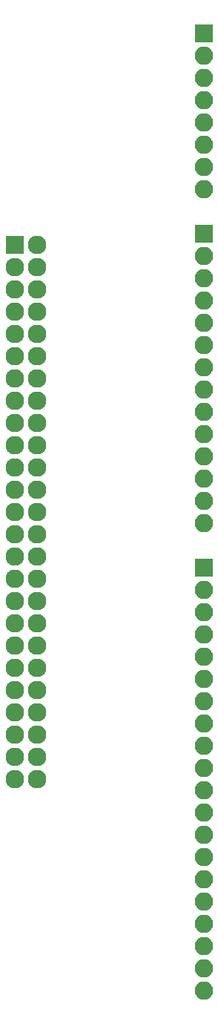
<source format=gbr>
G04 #@! TF.FileFunction,Soldermask,Bot*
%FSLAX46Y46*%
G04 Gerber Fmt 4.6, Leading zero omitted, Abs format (unit mm)*
G04 Created by KiCad (PCBNEW 4.0.7) date 05/21/18 18:47:21*
%MOMM*%
%LPD*%
G01*
G04 APERTURE LIST*
%ADD10C,0.100000*%
%ADD11R,2.100000X2.100000*%
%ADD12O,2.100000X2.100000*%
%ADD13R,2.127200X2.127200*%
%ADD14O,2.127200X2.127200*%
G04 APERTURE END LIST*
D10*
D11*
X161925000Y-101600000D03*
D12*
X161925000Y-104140000D03*
X161925000Y-106680000D03*
X161925000Y-109220000D03*
X161925000Y-111760000D03*
X161925000Y-114300000D03*
X161925000Y-116840000D03*
X161925000Y-119380000D03*
X161925000Y-121920000D03*
X161925000Y-124460000D03*
X161925000Y-127000000D03*
X161925000Y-129540000D03*
X161925000Y-132080000D03*
X161925000Y-134620000D03*
X161925000Y-137160000D03*
X161925000Y-139700000D03*
X161925000Y-142240000D03*
X161925000Y-144780000D03*
X161925000Y-147320000D03*
X161925000Y-149860000D03*
D13*
X140335000Y-64770000D03*
D14*
X142875000Y-64770000D03*
X140335000Y-67310000D03*
X142875000Y-67310000D03*
X140335000Y-69850000D03*
X142875000Y-69850000D03*
X140335000Y-72390000D03*
X142875000Y-72390000D03*
X140335000Y-74930000D03*
X142875000Y-74930000D03*
X140335000Y-77470000D03*
X142875000Y-77470000D03*
X140335000Y-80010000D03*
X142875000Y-80010000D03*
X140335000Y-82550000D03*
X142875000Y-82550000D03*
X140335000Y-85090000D03*
X142875000Y-85090000D03*
X140335000Y-87630000D03*
X142875000Y-87630000D03*
X140335000Y-90170000D03*
X142875000Y-90170000D03*
X140335000Y-92710000D03*
X142875000Y-92710000D03*
X140335000Y-95250000D03*
X142875000Y-95250000D03*
X140335000Y-97790000D03*
X142875000Y-97790000D03*
X140335000Y-100330000D03*
X142875000Y-100330000D03*
X140335000Y-102870000D03*
X142875000Y-102870000D03*
X140335000Y-105410000D03*
X142875000Y-105410000D03*
X140335000Y-107950000D03*
X142875000Y-107950000D03*
X140335000Y-110490000D03*
X142875000Y-110490000D03*
X140335000Y-113030000D03*
X142875000Y-113030000D03*
X140335000Y-115570000D03*
X142875000Y-115570000D03*
X140335000Y-118110000D03*
X142875000Y-118110000D03*
X140335000Y-120650000D03*
X142875000Y-120650000D03*
X140335000Y-123190000D03*
X142875000Y-123190000D03*
X140335000Y-125730000D03*
X142875000Y-125730000D03*
D11*
X161925000Y-40640000D03*
D12*
X161925000Y-43180000D03*
X161925000Y-45720000D03*
X161925000Y-48260000D03*
X161925000Y-50800000D03*
X161925000Y-53340000D03*
X161925000Y-55880000D03*
X161925000Y-58420000D03*
D11*
X161925000Y-63500000D03*
D12*
X161925000Y-66040000D03*
X161925000Y-68580000D03*
X161925000Y-71120000D03*
X161925000Y-73660000D03*
X161925000Y-76200000D03*
X161925000Y-78740000D03*
X161925000Y-81280000D03*
X161925000Y-83820000D03*
X161925000Y-86360000D03*
X161925000Y-88900000D03*
X161925000Y-91440000D03*
X161925000Y-93980000D03*
X161925000Y-96520000D03*
M02*

</source>
